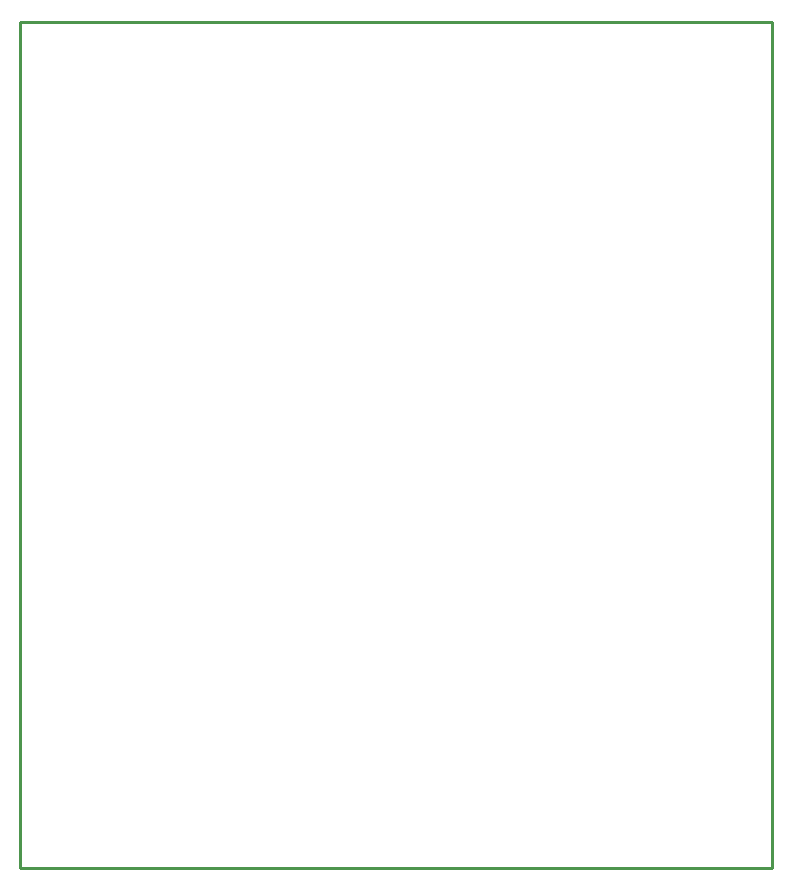
<source format=gbr>
G04*
G04 #@! TF.GenerationSoftware,Altium Limited,Altium Designer,24.10.1 (45)*
G04*
G04 Layer_Color=32768*
%FSLAX44Y44*%
%MOMM*%
G71*
G04*
G04 #@! TF.SameCoordinates,E42ED8F9-0A9E-45B5-B6EF-10B4D8FD7D59*
G04*
G04*
G04 #@! TF.FilePolarity,Positive*
G04*
G01*
G75*
%ADD13C,0.2540*%
D13*
X0Y0D02*
X636270D01*
X0Y716280D02*
X636270D01*
Y0D02*
Y716280D01*
X0Y0D02*
Y716280D01*
M02*

</source>
